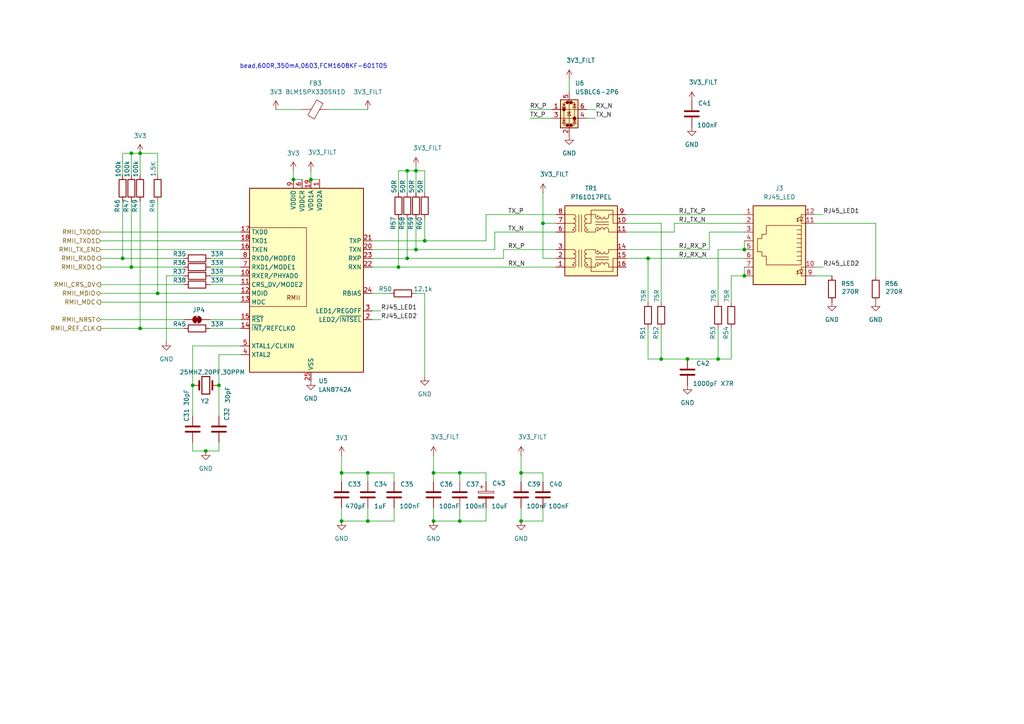
<source format=kicad_sch>
(kicad_sch (version 20231120) (generator "eeschema") (generator_version "8.0")
  (paper "A4")
  (lib_symbols
    (symbol "Connector:RJ45_LED" (pin_names (offset 1.016))
      (property "Reference" "J" (at -5.08 13.97 0))
      (property "Value" "RJ45_LED" (at 1.27 13.97 0))
      (symbol "RJ45_LED_0_1"
        (polyline (pts (xy -7.62 -7.62) (xy -6.35 -7.62)))
        (polyline (pts (xy -7.62 -5.08) (xy -6.35 -5.08)))
        (polyline (pts (xy -7.62 7.62) (xy -6.35 7.62)))
        (polyline (pts (xy -7.62 10.16) (xy -6.35 10.16)))
        (polyline (pts (xy -6.858 -5.842) (xy -5.842 -5.842)))
        (polyline (pts (xy -6.858 9.398) (xy -5.842 9.398)))
        (polyline (pts (xy -6.35 -7.62) (xy -6.35 -6.858)))
        (polyline (pts (xy -6.35 -5.08) (xy -6.35 -5.842)))
        (polyline (pts (xy -6.35 7.62) (xy -6.35 8.382)))
        (polyline (pts (xy -6.35 10.16) (xy -6.35 9.398)))
        (polyline (pts (xy -5.08 -6.223) (xy -5.207 -6.604)))
        (polyline (pts (xy -5.08 -5.588) (xy -5.207 -5.969)))
        (polyline (pts (xy -5.08 4.445) (xy -6.35 4.445)))
        (polyline (pts (xy -5.08 5.715) (xy -6.35 5.715)))
        (polyline (pts (xy -5.08 9.017) (xy -5.207 8.636)))
        (polyline (pts (xy -5.08 9.652) (xy -5.207 9.271)))
        (polyline (pts (xy -6.35 -3.175) (xy -5.08 -3.175) (xy -5.08 -3.175)))
        (polyline (pts (xy -6.35 -1.905) (xy -5.08 -1.905) (xy -5.08 -1.905)))
        (polyline (pts (xy -6.35 -0.635) (xy -5.08 -0.635) (xy -5.08 -0.635)))
        (polyline (pts (xy -6.35 0.635) (xy -5.08 0.635) (xy -5.08 0.635)))
        (polyline (pts (xy -6.35 1.905) (xy -5.08 1.905) (xy -5.08 1.905)))
        (polyline (pts (xy -5.588 -6.731) (xy -5.08 -6.223) (xy -5.461 -6.35)))
        (polyline (pts (xy -5.588 -6.096) (xy -5.08 -5.588) (xy -5.461 -5.715)))
        (polyline (pts (xy -5.588 8.509) (xy -5.08 9.017) (xy -5.461 8.89)))
        (polyline (pts (xy -5.588 9.144) (xy -5.08 9.652) (xy -5.461 9.525)))
        (polyline (pts (xy -5.08 3.175) (xy -6.35 3.175) (xy -6.35 3.175)))
        (polyline (pts (xy -6.35 -5.842) (xy -6.858 -6.858) (xy -5.842 -6.858) (xy -6.35 -5.842)))
        (polyline (pts (xy -6.35 9.398) (xy -6.858 8.382) (xy -5.842 8.382) (xy -6.35 9.398)))
        (polyline (pts (xy -6.35 -4.445) (xy -6.35 6.985) (xy 3.81 6.985) (xy 3.81 4.445) (xy 5.08 4.445) (xy 5.08 3.175) (xy 6.35 3.175) (xy 6.35 -0.635) (xy 5.08 -0.635) (xy 5.08 -1.905) (xy 3.81 -1.905) (xy 3.81 -4.445) (xy -6.35 -4.445) (xy -6.35 -4.445)))
        (rectangle (start 7.62 12.7) (end -7.62 -10.16) (stroke (width 0.254)) (fill (type background)))
      )
      (symbol "RJ45_LED_1_1"
        (pin passive line (at 10.16 -7.62 180) (length 2.54) (name "~") (number "1"))
        (pin passive line (at -10.16 7.62 0) (length 2.54) (name "~") (number "10"))
        (pin passive line (at -10.16 -5.08 0) (length 2.54) (name "~") (number "11"))
        (pin passive line (at -10.16 -7.62 0) (length 2.54) (name "~") (number "12"))
        (pin passive line (at 10.16 -5.08 180) (length 2.54) (name "~") (number "2"))
        (pin passive line (at 10.16 -2.54 180) (length 2.54) (name "~") (number "3"))
        (pin passive line (at 10.16 0 180) (length 2.54) (name "~") (number "4"))
        (pin passive line (at 10.16 2.54 180) (length 2.54) (name "~") (number "5"))
        (pin passive line (at 10.16 5.08 180) (length 2.54) (name "~") (number "6"))
        (pin passive line (at 10.16 7.62 180) (length 2.54) (name "~") (number "7"))
        (pin passive line (at 10.16 10.16 180) (length 2.54) (name "~") (number "8"))
        (pin passive line (at -10.16 10.16 0) (length 2.54) (name "~") (number "9"))
      )
    )
    (symbol "Device:C" (pin_numbers hide) (pin_names (offset 0.254))
      (property "Reference" "C" (at 0.635 2.54 0))
      (property "Value" "C" (at 0.635 -2.54 0))
      (symbol "C_0_1"
        (polyline (pts (xy -2.032 -0.762) (xy 2.032 -0.762)) (stroke (width 0.508)))
        (polyline (pts (xy -2.032 0.762) (xy 2.032 0.762)) (stroke (width 0.508)))
      )
      (symbol "C_1_1"
        (pin passive line (at 0 3.81 270) (length 2.794) (name "~") (number "1"))
        (pin passive line (at 0 -3.81 90) (length 2.794) (name "~") (number "2"))
      )
    )
    (symbol "Device:C_Polarized" (pin_numbers hide) (pin_names (offset 0.254))
      (property "Reference" "C" (at 0.635 2.54 0))
      (property "Value" "C_Polarized" (at 0.635 -2.54 0))
      (symbol "C_Polarized_0_1"
        (rectangle (start -2.286 0.508) (end 2.286 1.016))
        (polyline (pts (xy -1.778 2.286) (xy -0.762 2.286)))
        (polyline (pts (xy -1.27 2.794) (xy -1.27 1.778)))
        (rectangle (start 2.286 -0.508) (end -2.286 -1.016) (fill (type outline)))
      )
      (symbol "C_Polarized_1_1"
        (pin passive line (at 0 3.81 270) (length 2.794) (name "~") (number "1"))
        (pin passive line (at 0 -3.81 90) (length 2.794) (name "~") (number "2"))
      )
    )
    (symbol "Device:Crystal" (pin_numbers hide) (pin_names (offset 1.016) hide)
      (property "Reference" "Y" (at 0 3.81 0))
      (property "Value" "Crystal" (at 0 -3.81 0))
      (symbol "Crystal_0_1"
        (rectangle (start -1.143 2.54) (end 1.143 -2.54) (stroke (width 0.3048)))
        (polyline (pts (xy -2.54 0) (xy -1.905 0)))
        (polyline (pts (xy -1.905 -1.27) (xy -1.905 1.27)) (stroke (width 0.508)))
        (polyline (pts (xy 1.905 -1.27) (xy 1.905 1.27)) (stroke (width 0.508)))
        (polyline (pts (xy 2.54 0) (xy 1.905 0)))
      )
      (symbol "Crystal_1_1"
        (pin passive line (at -3.81 0 0) (length 1.27) (name "1") (number "1"))
        (pin passive line (at 3.81 0 180) (length 1.27) (name "2") (number "2"))
      )
    )
    (symbol "Device:FerriteBead" (pin_numbers hide) (pin_names (offset 0))
      (property "Reference" "FB" (at -3.81 0.635 90))
      (property "Value" "FerriteBead" (at 3.81 0 90))
      (symbol "FerriteBead_0_1"
        (polyline (pts (xy 0 -1.27) (xy 0 -1.2192)))
        (polyline (pts (xy 0 1.27) (xy 0 1.2954)))
        (polyline (pts (xy -2.7686 0.4064) (xy -1.7018 2.2606) (xy 2.7686 -0.3048) (xy 1.6764 -2.159) (xy -2.7686 0.4064)))
      )
      (symbol "FerriteBead_1_1"
        (pin passive line (at 0 3.81 270) (length 2.54) (name "~") (number "1"))
        (pin passive line (at 0 -3.81 90) (length 2.54) (name "~") (number "2"))
      )
    )
    (symbol "Device:R" (pin_numbers hide) (pin_names (offset 0))
      (property "Reference" "R" (at 2.032 0 90))
      (property "Value" "R" (at 0 0 90))
      (symbol "R_0_1"
        (rectangle (start -1.016 -2.54) (end 1.016 2.54) (stroke (width 0.254)))
      )
      (symbol "R_1_1"
        (pin passive line (at 0 3.81 270) (length 1.27) (name "~") (number "1"))
        (pin passive line (at 0 -3.81 90) (length 1.27) (name "~") (number "2"))
      )
    )
    (symbol "Interface_Ethernet:LAN8742A"
      (property "Reference" "U" (at -13.97 29.21 0))
      (property "Value" "LAN8742A" (at 15.24 29.21 0))
      (symbol "LAN8742A_0_0"
        (text "RMII" (at -5.08 -3.81 0) (effects (font (size 1.27 1.27))))
      )
      (symbol "LAN8742A_0_1"
        (rectangle (start -17.78 27.94) (end 15.24 -25.4) (stroke (width 0.254)) (fill (type background)))
        (polyline (pts (xy -17.78 -6.35) (xy -1.27 -6.35) (xy -1.27 16.51) (xy -17.78 16.51)))
      )
      (symbol "LAN8742A_1_1"
        (pin power_in line (at 2.54 30.48 270) (length 2.54) (name "VDD2A") (number "1"))
        (pin output line (at -20.32 2.54 0) (length 2.54) (name "RXER/PHYAD0") (number "10"))
        (pin bidirectional line (at -20.32 0 0) (length 2.54) (name "CRS_DV/MODE2") (number "11"))
        (pin bidirectional line (at -20.32 -2.54 0) (length 2.54) (name "MDIO") (number "12"))
        (pin input line (at -20.32 -5.08 0) (length 2.54) (name "MDC") (number "13"))
        (pin output line (at -20.32 -12.7 0) (length 2.54) (name "~{INT}/REFCLKO") (number "14"))
        (pin input line (at -20.32 -10.16 0) (length 2.54) (name "~{RST}") (number "15"))
        (pin input line (at -20.32 10.16 0) (length 2.54) (name "TXEN") (number "16"))
        (pin input line (at -20.32 15.24 0) (length 2.54) (name "TXD0") (number "17"))
        (pin input line (at -20.32 12.7 0) (length 2.54) (name "TXD1") (number "18"))
        (pin power_in line (at 0 30.48 270) (length 2.54) (name "VDD1A") (number "19"))
        (pin bidirectional line (at 17.78 -10.16 180) (length 2.54) (name "LED2/~{INTSEL}") (number "2"))
        (pin passive line (at 17.78 10.16 180) (length 2.54) (name "TXN") (number "20"))
        (pin passive line (at 17.78 12.7 180) (length 2.54) (name "TXP") (number "21"))
        (pin passive line (at 17.78 5.08 180) (length 2.54) (name "RXN") (number "22"))
        (pin passive line (at 17.78 7.62 180) (length 2.54) (name "RXP") (number "23"))
        (pin passive line (at 17.78 -2.54 180) (length 2.54) (name "RBIAS") (number "24"))
        (pin power_in line (at 0 -27.94 90) (length 2.54) (name "VSS") (number "25"))
        (pin bidirectional line (at 17.78 -7.62 180) (length 2.54) (name "LED1/REGOFF") (number "3"))
        (pin output line (at -20.32 -20.32 0) (length 2.54) (name "XTAL2") (number "4"))
        (pin input line (at -20.32 -17.78 0) (length 2.54) (name "XTAL1/CLKIN") (number "5"))
        (pin power_in line (at -2.54 30.48 270) (length 2.54) (name "VDDCR") (number "6"))
        (pin bidirectional line (at -20.32 5.08 0) (length 2.54) (name "RXD1/MODE1") (number "7"))
        (pin bidirectional line (at -20.32 7.62 0) (length 2.54) (name "RXD0/MODE0") (number "8"))
        (pin power_in line (at -5.08 30.48 270) (length 2.54) (name "VDDIO") (number "9"))
      )
    )
    (symbol "Jumper:SolderJumper_2_Bridged" (pin_numbers hide) (pin_names (offset 0) hide) (exclude_from_sim yes) (in_bom no)
      (property "Reference" "JP" (at 0 2.032 0))
      (property "Value" "SolderJumper_2_Bridged" (at 0 -2.54 0))
      (symbol "SolderJumper_2_Bridged_0_1"
        (rectangle (start -0.508 0.508) (end 0.508 -0.508) (fill (type outline)))
        (arc (start -0.254 1.016) (mid -1.2656 0) (end -0.254 -1.016))
        (arc (start -0.254 1.016) (mid -1.2656 0) (end -0.254 -1.016) (fill (type outline)))
        (polyline (pts (xy -0.254 1.016) (xy -0.254 -1.016)))
        (polyline (pts (xy 0.254 1.016) (xy 0.254 -1.016)))
        (arc (start 0.254 -1.016) (mid 1.2656 0) (end 0.254 1.016))
        (arc (start 0.254 -1.016) (mid 1.2656 0) (end 0.254 1.016) (fill (type outline)))
      )
      (symbol "SolderJumper_2_Bridged_1_1"
        (pin passive line (at -3.81 0 0) (length 2.54) (name "A") (number "1"))
        (pin passive line (at 3.81 0 180) (length 2.54) (name "B") (number "2"))
      )
    )
    (symbol "Power_Protection:USBLC6-2P6" (pin_names hide)
      (property "Reference" "U" (at 0.635 5.715 0))
      (property "Value" "USBLC6-2P6" (at 0.635 3.81 0))
      (symbol "USBLC6-2P6_0_0"
        (circle (center -1.524 0) (radius 0.0001) (stroke (width 0.508)))
        (circle (center -0.508 -4.572) (radius 0.0001) (stroke (width 0.508)))
        (circle (center -0.508 2.032) (radius 0.0001) (stroke (width 0.508)))
        (circle (center 0.508 -4.572) (radius 0.0001) (stroke (width 0.508)))
        (circle (center 0.508 2.032) (radius 0.0001) (stroke (width 0.508)))
        (circle (center 1.524 -2.54) (radius 0.0001) (stroke (width 0.508)))
      )
      (symbol "USBLC6-2P6_0_1"
        (polyline (pts (xy -2.54 -2.54) (xy 2.54 -2.54)))
        (polyline (pts (xy -2.54 0) (xy 2.54 0)))
        (polyline (pts (xy -2.032 -3.048) (xy -1.016 -3.048)))
        (polyline (pts (xy -1.016 1.524) (xy -2.032 1.524)))
        (polyline (pts (xy 1.016 -3.048) (xy 2.032 -3.048)))
        (polyline (pts (xy 1.016 1.524) (xy 2.032 1.524)))
        (polyline (pts (xy -0.508 -1.143) (xy -0.508 -0.762) (xy 0.508 -0.762)))
        (polyline (pts (xy -2.032 0.508) (xy -1.016 0.508) (xy -1.524 1.524) (xy -2.032 0.508)))
        (polyline (pts (xy -1.016 -4.064) (xy -2.032 -4.064) (xy -1.524 -3.048) (xy -1.016 -4.064)))
        (polyline (pts (xy 0.508 -1.778) (xy -0.508 -1.778) (xy 0 -0.762) (xy 0.508 -1.778)))
        (polyline (pts (xy 2.032 -4.064) (xy 1.016 -4.064) (xy 1.524 -3.048) (xy 2.032 -4.064)))
        (polyline (pts (xy 2.032 0.508) (xy 1.016 0.508) (xy 1.524 1.524) (xy 2.032 0.508)))
        (polyline (pts (xy 0 2.54) (xy -0.508 2.032) (xy 0.508 2.032) (xy 0 1.524) (xy 0 -4.064) (xy -0.508 -4.572) (xy 0.508 -4.572) (xy 0 -5.08)))
      )
      (symbol "USBLC6-2P6_1_1"
        (rectangle (start -2.54 2.794) (end 2.54 -5.334) (stroke (width 0.254)) (fill (type background)))
        (polyline (pts (xy -0.508 2.032) (xy -1.524 2.032) (xy -1.524 -4.572) (xy -0.508 -4.572)))
        (polyline (pts (xy 0.508 -4.572) (xy 1.524 -4.572) (xy 1.524 2.032) (xy 0.508 2.032)))
        (pin passive line (at -5.08 0 0) (length 2.54) (name "I/O1") (number "1"))
        (pin passive line (at 0 -7.62 90) (length 2.54) (name "GND") (number "2"))
        (pin passive line (at -5.08 -2.54 0) (length 2.54) (name "I/O2") (number "3"))
        (pin passive line (at 5.08 -2.54 180) (length 2.54) (name "I/O2") (number "4"))
        (pin passive line (at 0 5.08 270) (length 2.54) (name "VBUS") (number "5"))
        (pin passive line (at 5.08 0 180) (length 2.54) (name "I/O1") (number "6"))
      )
    )
    (symbol "Transformer:PT61017PEL" (pin_names hide)
      (property "Reference" "TR" (at 0 10.795 0))
      (property "Value" "PT61017PEL" (at 0 -10.795 0))
      (symbol "PT61017PEL_0_1"
        (rectangle (start -7.62 10.16) (end 7.62 -10.16) (stroke (width 0.254)) (fill (type background)))
        (circle (center -5.207 3.175) (radius 0.1778))
        (arc (start -5.08 6.35) (mid -4.4477 6.985) (end -5.08 7.62))
        (polyline (pts (xy -5.08 2.54) (xy -7.62 2.54)))
        (polyline (pts (xy -5.08 5.08) (xy -7.62 5.08)))
        (polyline (pts (xy -5.08 7.62) (xy -7.62 7.62)))
        (polyline (pts (xy -3.556 -2.54) (xy -3.556 -7.62)))
        (polyline (pts (xy -3.556 2.54) (xy -3.556 7.62)))
        (polyline (pts (xy -2.794 -7.62) (xy -2.794 -2.54)))
        (polyline (pts (xy -2.794 7.62) (xy -2.794 2.54)))
        (polyline (pts (xy 1.27 4.699) (xy 5.08 4.699)))
        (polyline (pts (xy 1.27 5.461) (xy 5.08 5.461)))
        (polyline (pts (xy -1.27 2.54) (xy 1.27 2.54) (xy 1.27 3.175)))
        (polyline (pts (xy 1.27 6.985) (xy 1.27 7.62) (xy -1.27 7.62)))
        (polyline (pts (xy 5.08 3.175) (xy 5.08 2.54) (xy 7.62 2.54)))
        (polyline (pts (xy 5.08 6.985) (xy 5.08 7.62) (xy 7.62 7.62)))
        (polyline (pts (xy -1.27 5.08) (xy 0 5.08) (xy 0 8.89) (xy 6.35 8.89) (xy 6.35 5.08) (xy 7.62 5.08)))
      )
      (symbol "PT61017PEL_1_1"
        (circle (center -5.207 -6.985) (radius 0.1778))
        (arc (start -5.08 -7.62) (mid -4.4477 -6.985) (end -5.08 -6.35))
        (arc (start -5.08 -6.35) (mid -4.4477 -5.715) (end -5.08 -5.08))
        (arc (start -5.08 -5.08) (mid -4.4477 -4.445) (end -5.08 -3.81))
        (arc (start -5.08 -3.81) (mid -4.4477 -3.175) (end -5.08 -2.54))
        (arc (start -5.08 2.54) (mid -4.4477 3.175) (end -5.08 3.81))
        (arc (start -5.08 3.81) (mid -4.4477 4.445) (end -5.08 5.08))
        (arc (start -5.08 5.08) (mid -4.4477 5.715) (end -5.08 6.35))
        (arc (start -1.27 -6.35) (mid -1.9023 -6.985) (end -1.27 -7.62))
        (arc (start -1.27 -5.08) (mid -1.9023 -5.715) (end -1.27 -6.35))
        (arc (start -1.27 -3.81) (mid -1.9023 -4.445) (end -1.27 -5.08))
        (arc (start -1.27 -2.54) (mid -1.9023 -3.175) (end -1.27 -3.81))
        (arc (start -1.27 3.81) (mid -1.9023 3.175) (end -1.27 2.54))
        (arc (start -1.27 5.08) (mid -1.9023 4.445) (end -1.27 3.81))
        (arc (start -1.27 6.35) (mid -1.9023 5.715) (end -1.27 5.08))
        (arc (start -1.27 7.62) (mid -1.9023 6.985) (end -1.27 6.35))
        (circle (center -1.143 -6.985) (radius 0.1778))
        (circle (center -1.143 3.175) (radius 0.1778))
        (polyline (pts (xy -5.08 -7.62) (xy -7.62 -7.62)))
        (polyline (pts (xy -5.08 -5.08) (xy -7.62 -5.08)))
        (polyline (pts (xy -5.08 -2.54) (xy -7.62 -2.54)))
        (polyline (pts (xy 1.27 -5.461) (xy 5.08 -5.461)))
        (polyline (pts (xy 1.27 -4.699) (xy 5.08 -4.699)))
        (polyline (pts (xy -1.27 -7.62) (xy 1.27 -7.62) (xy 1.27 -6.985)))
        (polyline (pts (xy 1.27 -3.175) (xy 1.27 -2.54) (xy -1.27 -2.54)))
        (polyline (pts (xy 5.08 -6.985) (xy 5.08 -7.62) (xy 7.62 -7.62)))
        (polyline (pts (xy 5.08 -3.175) (xy 5.08 -2.54) (xy 7.62 -2.54)))
        (polyline (pts (xy 7.62 -5.08) (xy 6.35 -5.08) (xy 6.35 -8.89) (xy 0 -8.89) (xy 0 -5.08) (xy -1.27 -5.08)))
        (arc (start 1.27 -3.175) (mid 1.905 -3.8073) (end 2.54 -3.175))
        (arc (start 1.27 6.985) (mid 1.905 6.3527) (end 2.54 6.985))
        (circle (center 1.905 -7.112) (radius 0.1778))
        (circle (center 1.905 -3.048) (radius 0.1778))
        (circle (center 1.905 3.048) (radius 0.1778))
        (circle (center 1.905 7.112) (radius 0.1778))
        (arc (start 2.54 -6.985) (mid 1.905 -6.3527) (end 1.27 -6.985))
        (arc (start 2.54 -3.175) (mid 3.175 -3.8073) (end 3.81 -3.175))
        (arc (start 2.54 3.175) (mid 1.905 3.8073) (end 1.27 3.175))
        (arc (start 2.54 6.985) (mid 3.175 6.3527) (end 3.81 6.985))
        (arc (start 3.81 -6.985) (mid 3.175 -6.3527) (end 2.54 -6.985))
        (arc (start 3.81 -3.175) (mid 4.445 -3.8073) (end 5.08 -3.175))
        (arc (start 3.81 3.175) (mid 3.175 3.8073) (end 2.54 3.175))
        (arc (start 3.81 6.985) (mid 4.445 6.3527) (end 5.08 6.985))
        (arc (start 5.08 -6.985) (mid 4.445 -6.3527) (end 3.81 -6.985))
        (arc (start 5.08 3.175) (mid 4.445 3.8073) (end 3.81 3.175))
        (pin passive line (at -10.16 -7.62 0) (length 2.54) (name "TD+") (number "1"))
        (pin passive line (at 10.16 5.08 180) (length 2.54) (name "C_RX") (number "10"))
        (pin passive line (at 10.16 2.54 180) (length 2.54) (name "RX+") (number "11"))
        (pin passive line (at 10.16 -2.54 180) (length 2.54) (name "TX-") (number "14"))
        (pin passive line (at 10.16 -5.08 180) (length 2.54) (name "C_TX") (number "15"))
        (pin passive line (at 10.16 -7.62 180) (length 2.54) (name "TX+") (number "16"))
        (pin passive line (at -10.16 -5.08 0) (length 2.54) (name "C_TD") (number "2"))
        (pin passive line (at -10.16 -2.54 0) (length 2.54) (name "TD-") (number "3"))
        (pin passive line (at -10.16 2.54 0) (length 2.54) (name "RD+") (number "6"))
        (pin passive line (at -10.16 5.08 0) (length 2.54) (name "C_RD") (number "7"))
        (pin passive line (at -10.16 7.62 0) (length 2.54) (name "RD-") (number "8"))
        (pin passive line (at 10.16 7.62 180) (length 2.54) (name "RX-") (number "9"))
      )
    )
    (symbol "power:+3V3" (power) (pin_numbers hide) (pin_names (offset 0) hide)
      (property "Value" "+3V3" (at 0 3.556 0))
      (symbol "+3V3_0_1"
        (polyline (pts (xy -0.762 1.27) (xy 0 2.54)))
        (polyline (pts (xy 0 0) (xy 0 2.54)))
        (polyline (pts (xy 0 2.54) (xy 0.762 1.27)))
      )
      (symbol "+3V3_1_1"
        (pin power_in line (at 0 0 90) (length 0) (name "~") (number "1"))
      )
    )
    (symbol "power:GND" (power) (pin_numbers hide) (pin_names (offset 0) hide)
      (property "Value" "GND" (at 0 -3.81 0))
      (symbol "GND_0_1"
        (polyline (pts (xy 0 0) (xy 0 -1.27) (xy 1.27 -1.27) (xy 0 -2.54) (xy -1.27 -1.27) (xy 0 -1.27)))
      )
      (symbol "GND_1_1"
        (pin power_in line (at 0 0 270) (length 0) (name "~") (number "1"))
      )
    )
  )
  (junction (at 106.68 151.13))
  (junction (at 208.28 104.14))
  (junction (at 118.11 49.53))
  (junction (at 199.39 104.14))
  (junction (at 55.88 111.76))
  (junction (at 38.1 44.45))
  (junction (at 157.48 64.77))
  (junction (at 191.77 104.14))
  (junction (at 45.72 85.09))
  (junction (at 85.09 52.07))
  (junction (at 125.73 137.16))
  (junction (at 115.57 77.47))
  (junction (at 120.65 49.53))
  (junction (at 123.19 69.85))
  (junction (at 40.64 95.25))
  (junction (at 133.35 151.13))
  (junction (at 151.13 151.13))
  (junction (at 187.96 74.93))
  (junction (at 59.69 130.81))
  (junction (at 133.35 137.16))
  (junction (at 151.13 137.16))
  (junction (at 215.9 80.01))
  (junction (at 215.9 72.39))
  (junction (at 118.11 74.93))
  (junction (at 38.1 77.47))
  (junction (at 99.06 151.13))
  (junction (at 35.56 74.93))
  (junction (at 125.73 151.13))
  (junction (at 106.68 137.16))
  (junction (at 63.5 111.76))
  (junction (at 120.65 72.39))
  (junction (at 99.06 137.16))
  (junction (at 40.64 44.45))
  (junction (at 90.17 52.07))
  (wire (pts (xy 45.72 44.45) (xy 45.72 50.8)))
  (wire (pts (xy 191.77 104.14) (xy 199.39 104.14)))
  (wire (pts (xy 107.95 72.39) (xy 120.65 72.39)))
  (wire (pts (xy 165.1 22.86) (xy 165.1 26.67)))
  (wire (pts (xy 133.35 151.13) (xy 133.35 147.32)))
  (wire (pts (xy 140.97 137.16) (xy 133.35 137.16)))
  (wire (pts (xy 29.21 67.31) (xy 69.85 67.31)))
  (wire (pts (xy 133.35 139.7) (xy 133.35 137.16)))
  (wire (pts (xy 195.58 67.31) (xy 195.58 64.77)))
  (wire (pts (xy 143.51 67.31) (xy 161.29 67.31)))
  (wire (pts (xy 99.06 139.7) (xy 99.06 137.16)))
  (wire (pts (xy 115.57 77.47) (xy 161.29 77.47)))
  (wire (pts (xy 35.56 74.93) (xy 53.34 74.93)))
  (wire (pts (xy 107.95 90.17) (xy 110.49 90.17)))
  (wire (pts (xy 40.64 44.45) (xy 45.72 44.45)))
  (wire (pts (xy 80.01 31.75) (xy 87.63 31.75)))
  (wire (pts (xy 106.68 151.13) (xy 114.3 151.13)))
  (wire (pts (xy 29.21 74.93) (xy 35.56 74.93)))
  (wire (pts (xy 90.17 52.07) (xy 92.71 52.07)))
  (wire (pts (xy 120.65 48.26) (xy 120.65 49.53)))
  (wire (pts (xy 181.61 74.93) (xy 187.96 74.93)))
  (wire (pts (xy 38.1 44.45) (xy 35.56 44.45)))
  (wire (pts (xy 215.9 62.23) (xy 181.61 62.23)))
  (wire (pts (xy 118.11 49.53) (xy 120.65 49.53)))
  (wire (pts (xy 123.19 69.85) (xy 107.95 69.85)))
  (wire (pts (xy 40.64 95.25) (xy 53.34 95.25)))
  (wire (pts (xy 151.13 147.32) (xy 151.13 151.13)))
  (wire (pts (xy 254 64.77) (xy 254 80.01)))
  (wire (pts (xy 29.21 82.55) (xy 53.34 82.55)))
  (wire (pts (xy 63.5 111.76) (xy 63.5 102.87)))
  (wire (pts (xy 215.9 77.47) (xy 215.9 80.01)))
  (wire (pts (xy 38.1 58.42) (xy 38.1 77.47)))
  (wire (pts (xy 151.13 151.13) (xy 157.48 151.13)))
  (wire (pts (xy 85.09 52.07) (xy 87.63 52.07)))
  (wire (pts (xy 99.06 137.16) (xy 106.68 137.16)))
  (wire (pts (xy 123.19 49.53) (xy 123.19 55.88)))
  (wire (pts (xy 208.28 104.14) (xy 212.09 104.14)))
  (wire (pts (xy 63.5 130.81) (xy 63.5 128.27)))
  (wire (pts (xy 208.28 72.39) (xy 208.28 87.63)))
  (wire (pts (xy 63.5 102.87) (xy 69.85 102.87)))
  (wire (pts (xy 40.64 58.42) (xy 40.64 95.25)))
  (wire (pts (xy 29.21 77.47) (xy 38.1 77.47)))
  (wire (pts (xy 107.95 77.47) (xy 115.57 77.47)))
  (wire (pts (xy 205.74 72.39) (xy 181.61 72.39)))
  (wire (pts (xy 157.48 151.13) (xy 157.48 147.32)))
  (wire (pts (xy 146.05 72.39) (xy 161.29 72.39)))
  (wire (pts (xy 35.56 44.45) (xy 35.56 50.8)))
  (wire (pts (xy 60.96 95.25) (xy 69.85 95.25)))
  (wire (pts (xy 195.58 64.77) (xy 215.9 64.77)))
  (wire (pts (xy 29.21 85.09) (xy 45.72 85.09)))
  (wire (pts (xy 151.13 132.08) (xy 151.13 137.16)))
  (wire (pts (xy 115.57 49.53) (xy 118.11 49.53)))
  (wire (pts (xy 151.13 139.7) (xy 151.13 137.16)))
  (wire (pts (xy 157.48 64.77) (xy 157.48 74.93)))
  (wire (pts (xy 140.97 69.85) (xy 123.19 69.85)))
  (wire (pts (xy 187.96 74.93) (xy 187.96 87.63)))
  (wire (pts (xy 59.69 130.81) (xy 63.5 130.81)))
  (wire (pts (xy 187.96 104.14) (xy 191.77 104.14)))
  (wire (pts (xy 120.65 63.5) (xy 120.65 72.39)))
  (wire (pts (xy 107.95 92.71) (xy 110.49 92.71)))
  (wire (pts (xy 115.57 55.88) (xy 115.57 49.53)))
  (wire (pts (xy 125.73 139.7) (xy 125.73 137.16)))
  (wire (pts (xy 55.88 128.27) (xy 55.88 130.81)))
  (wire (pts (xy 118.11 49.53) (xy 118.11 55.88)))
  (wire (pts (xy 187.96 74.93) (xy 215.9 74.93)))
  (wire (pts (xy 212.09 95.25) (xy 212.09 104.14)))
  (wire (pts (xy 45.72 58.42) (xy 45.72 85.09)))
  (wire (pts (xy 140.97 62.23) (xy 161.29 62.23)))
  (wire (pts (xy 191.77 95.25) (xy 191.77 104.14)))
  (wire (pts (xy 157.48 64.77) (xy 161.29 64.77)))
  (wire (pts (xy 107.95 74.93) (xy 118.11 74.93)))
  (wire (pts (xy 170.18 34.29) (xy 172.72 34.29)))
  (wire (pts (xy 212.09 87.63) (xy 212.09 80.01)))
  (wire (pts (xy 107.95 85.09) (xy 113.03 85.09)))
  (wire (pts (xy 48.26 80.01) (xy 48.26 99.06)))
  (wire (pts (xy 153.67 31.75) (xy 160.02 31.75)))
  (wire (pts (xy 35.56 58.42) (xy 35.56 74.93)))
  (wire (pts (xy 120.65 49.53) (xy 120.65 55.88)))
  (wire (pts (xy 29.21 69.85) (xy 69.85 69.85)))
  (wire (pts (xy 115.57 63.5) (xy 115.57 77.47)))
  (wire (pts (xy 120.65 49.53) (xy 123.19 49.53)))
  (wire (pts (xy 236.22 64.77) (xy 254 64.77)))
  (wire (pts (xy 114.3 137.16) (xy 106.68 137.16)))
  (wire (pts (xy 99.06 147.32) (xy 99.06 151.13)))
  (wire (pts (xy 181.61 67.31) (xy 195.58 67.31)))
  (wire (pts (xy 123.19 85.09) (xy 123.19 109.22)))
  (wire (pts (xy 236.22 62.23) (xy 238.76 62.23)))
  (wire (pts (xy 114.3 139.7) (xy 114.3 137.16)))
  (wire (pts (xy 143.51 72.39) (xy 143.51 67.31)))
  (wire (pts (xy 120.65 85.09) (xy 123.19 85.09)))
  (wire (pts (xy 55.88 100.33) (xy 55.88 111.76)))
  (wire (pts (xy 29.21 87.63) (xy 69.85 87.63)))
  (wire (pts (xy 140.97 151.13) (xy 140.97 147.32)))
  (wire (pts (xy 187.96 95.25) (xy 187.96 104.14)))
  (wire (pts (xy 106.68 139.7) (xy 106.68 137.16)))
  (wire (pts (xy 29.21 95.25) (xy 40.64 95.25)))
  (wire (pts (xy 29.21 72.39) (xy 69.85 72.39)))
  (wire (pts (xy 153.67 34.29) (xy 160.02 34.29)))
  (wire (pts (xy 40.64 44.45) (xy 40.64 50.8)))
  (wire (pts (xy 181.61 64.77) (xy 191.77 64.77)))
  (wire (pts (xy 140.97 139.7) (xy 140.97 137.16)))
  (wire (pts (xy 38.1 44.45) (xy 38.1 50.8)))
  (wire (pts (xy 55.88 120.65) (xy 55.88 111.76)))
  (wire (pts (xy 191.77 64.77) (xy 191.77 87.63)))
  (wire (pts (xy 125.73 132.08) (xy 125.73 137.16)))
  (wire (pts (xy 118.11 63.5) (xy 118.11 74.93)))
  (wire (pts (xy 205.74 67.31) (xy 205.74 72.39)))
  (wire (pts (xy 99.06 151.13) (xy 106.68 151.13)))
  (wire (pts (xy 157.48 137.16) (xy 151.13 137.16)))
  (wire (pts (xy 106.68 151.13) (xy 106.68 147.32)))
  (wire (pts (xy 60.96 92.71) (xy 69.85 92.71)))
  (wire (pts (xy 199.39 104.14) (xy 208.28 104.14)))
  (wire (pts (xy 146.05 74.93) (xy 146.05 72.39)))
  (wire (pts (xy 125.73 151.13) (xy 133.35 151.13)))
  (wire (pts (xy 215.9 69.85) (xy 215.9 72.39)))
  (wire (pts (xy 53.34 80.01) (xy 48.26 80.01)))
  (wire (pts (xy 99.06 132.08) (xy 99.06 137.16)))
  (wire (pts (xy 208.28 95.25) (xy 208.28 104.14)))
  (wire (pts (xy 55.88 130.81) (xy 59.69 130.81)))
  (wire (pts (xy 60.96 82.55) (xy 69.85 82.55)))
  (wire (pts (xy 140.97 69.85) (xy 140.97 62.23)))
  (wire (pts (xy 157.48 139.7) (xy 157.48 137.16)))
  (wire (pts (xy 85.09 49.53) (xy 85.09 52.07)))
  (wire (pts (xy 123.19 63.5) (xy 123.19 69.85)))
  (wire (pts (xy 118.11 74.93) (xy 146.05 74.93)))
  (wire (pts (xy 60.96 80.01) (xy 69.85 80.01)))
  (wire (pts (xy 170.18 31.75) (xy 172.72 31.75)))
  (wire (pts (xy 120.65 72.39) (xy 143.51 72.39)))
  (wire (pts (xy 157.48 74.93) (xy 161.29 74.93)))
  (wire (pts (xy 40.64 44.45) (xy 38.1 44.45)))
  (wire (pts (xy 29.21 92.71) (xy 53.34 92.71)))
  (wire (pts (xy 90.17 49.53) (xy 90.17 52.07)))
  (wire (pts (xy 60.96 77.47) (xy 69.85 77.47)))
  (wire (pts (xy 38.1 77.47) (xy 53.34 77.47)))
  (wire (pts (xy 236.22 77.47) (xy 238.76 77.47)))
  (wire (pts (xy 215.9 67.31) (xy 205.74 67.31)))
  (wire (pts (xy 69.85 100.33) (xy 55.88 100.33)))
  (wire (pts (xy 114.3 147.32) (xy 114.3 151.13)))
  (wire (pts (xy 157.48 55.88) (xy 157.48 64.77)))
  (wire (pts (xy 133.35 151.13) (xy 140.97 151.13)))
  (wire (pts (xy 125.73 147.32) (xy 125.73 151.13)))
  (wire (pts (xy 236.22 80.01) (xy 241.3 80.01)))
  (wire (pts (xy 106.68 31.75) (xy 95.25 31.75)))
  (wire (pts (xy 45.72 85.09) (xy 69.85 85.09)))
  (wire (pts (xy 212.09 80.01) (xy 215.9 80.01)))
  (wire (pts (xy 125.73 137.16) (xy 133.35 137.16)))
  (wire (pts (xy 60.96 74.93) (xy 69.85 74.93)))
  (wire (pts (xy 63.5 120.65) (xy 63.5 111.76)))
  (wire (pts (xy 215.9 72.39) (xy 208.28 72.39)))
  (text "bead,600R,350mA,0603,FCM1608KF-601T05" (at 90.932 19.304 0) (effects (font (size 1.27 1.27))))
  (label "RJ45_LED1" (at 110.49 90.17 0))
  (label "RJ45_LED1" (at 238.76 62.23 0))
  (label "RJ_TX_P" (at 196.85 62.23 0))
  (label "RJ_RX_N" (at 196.85 74.93 0))
  (label "RJ_TX_N" (at 196.85 64.77 0))
  (label "TX_N" (at 147.32 67.31 0))
  (label "RJ45_LED2" (at 238.76 77.47 0))
  (label "RX_P" (at 147.32 72.39 0))
  (label "RJ_RX_P" (at 196.85 72.39 0))
  (label "RX_P" (at 153.67 31.75 0))
  (label "RX_N" (at 147.32 77.47 0))
  (label "RJ45_LED2" (at 110.49 92.71 0))
  (label "TX_P" (at 147.32 62.23 0))
  (label "RX_N" (at 172.72 31.75 0))
  (label "TX_N" (at 172.72 34.29 0))
  (label "TX_P" (at 153.67 34.29 0))
  (hierarchical_label "RMII_MDC" (shape output) (at 29.21 87.63 180))
  (hierarchical_label "RMII_NRST" (shape bidirectional) (at 29.21 92.71 180))
  (hierarchical_label "RMII_RXD1" (shape output) (at 29.21 77.47 180))
  (hierarchical_label "RMII_TX_EN" (shape input) (at 29.21 72.39 180))
  (hierarchical_label "RMII_REF_CLK" (shape output) (at 29.21 95.25 180))
  (hierarchical_label "RMII_RXD0" (shape output) (at 29.21 74.93 180))
  (hierarchical_label "RMII_MDIO" (shape bidirectional) (at 29.21 85.09 180))
  (hierarchical_label "RMII_TXD0" (shape input) (at 29.21 67.31 180))
  (hierarchical_label "RMII_TXD1" (shape input) (at 29.21 69.85 180))
  (hierarchical_label "RMII_CRS_DV" (shape output) (at 29.21 82.55 180))
  (symbol (lib_id "power:+3V3") (at 125.73 132.08 0) (unit 1)
    (property "Reference" "#PWR070" (effects (hide yes)))
    (property "Value" "3V3_FILT" (at 129.032 126.746 0))
    (property "Description" "Power symbol creates a global label with name \"+3V3\"" (effects (hide yes)))
  )
  (symbol (lib_id "Device:C") (at 106.68 143.51 0) (unit 1)
    (property "Reference" "C34" (at 108.458 140.462 0) (effects (justify left)))
    (property "Value" "1uF" (at 108.458 146.812 0) (effects (justify left)))
    (property "Footprint" "0402" (effects (hide yes)))
    (property "Description" "Unpolarized capacitor" (effects (hide yes)))
  )
  (symbol (lib_id "power:GND") (at 254 87.63 0) (unit 1)
    (property "Reference" "#PWR087" (effects (hide yes)))
    (property "Value" "GND" (at 254 92.71 0))
    (property "Description" "Power symbol creates a global label with name \"GND\" , ground" (effects (hide yes)))
  )
  (symbol (lib_id "Device:R") (at 35.56 54.61 180) (unit 1)
    (property "Reference" "R46" (at 34.036 59.69 90))
    (property "Value" "100k" (at 34.29 49.022 90))
    (property "Footprint" "0402" (effects (hide yes)))
    (property "Description" "Resistor" (effects (hide yes)))
  )
  (symbol (lib_id "Device:R") (at 57.15 82.55 90) (unit 1)
    (property "Reference" "R38" (at 52.07 81.28 90))
    (property "Value" "33R" (at 62.992 81.28 90))
    (property "Footprint" "0402" (effects (hide yes)))
    (property "Description" "Resistor" (effects (hide yes)))
  )
  (symbol (lib_id "Power_Protection:USBLC6-2P6") (at 165.1 31.75 0) (unit 1) (exclude_from_sim yes)
    (property "Reference" "U6" (at 166.7511 24.13 0) (effects (justify left)))
    (property "Value" "USBLC6-2P6" (at 166.7511 26.67 0) (effects (justify left)))
    (property "Footprint" "Package_TO_SOT_SMD:SOT-666" (effects (hide yes)))
    (property "Datasheet" "https://www.st.com/resource/en/datasheet/usblc6-2.pdf" (effects (hide yes)))
    (property "Description" "Very low capacitance ESD protection diode, 2 data-line, SOT-666" (effects (hide yes)))
  )
  (symbol (lib_id "power:GND") (at 200.66 36.83 0) (unit 1)
    (property "Reference" "#PWR077" (effects (hide yes)))
    (property "Value" "GND" (at 200.66 41.91 0))
    (property "Description" "Power symbol creates a global label with name \"GND\" , ground" (effects (hide yes)))
  )
  (symbol (lib_id "power:+3V3") (at 99.06 132.08 0) (unit 1)
    (property "Reference" "#PWR071" (effects (hide yes)))
    (property "Value" "3V3" (at 99.06 127 0))
    (property "Description" "Power symbol creates a global label with name \"+3V3\"" (effects (hide yes)))
  )
  (symbol (lib_id "Device:R") (at 57.15 80.01 90) (unit 1)
    (property "Reference" "R37" (at 52.07 78.74 90))
    (property "Value" "33R" (at 62.992 78.74 90))
    (property "Footprint" "0402" (effects (hide yes)))
    (property "Description" "Resistor" (effects (hide yes)))
  )
  (symbol (lib_id "Device:C") (at 99.06 143.51 0) (unit 1)
    (property "Reference" "C33" (at 100.838 140.462 0) (effects (justify left)))
    (property "Value" "470pF" (at 100.076 146.812 0) (effects (justify left)))
    (property "Footprint" "0402" (effects (hide yes)))
    (property "Description" "Unpolarized capacitor" (effects (hide yes)))
  )
  (symbol (lib_id "power:+3V3") (at 157.48 55.88 0) (unit 1)
    (property "Reference" "#PWR085" (effects (hide yes)))
    (property "Value" "3V3_FILT" (at 160.782 50.546 0))
    (property "Description" "Power symbol creates a global label with name \"+3V3\"" (effects (hide yes)))
  )
  (symbol (lib_id "power:+3V3") (at 120.65 48.26 0) (unit 1)
    (property "Reference" "#PWR088" (effects (hide yes)))
    (property "Value" "3V3_FILT" (at 123.952 42.926 0))
    (property "Description" "Power symbol creates a global label with name \"+3V3\"" (effects (hide yes)))
  )
  (symbol (lib_id "Device:R") (at 57.15 74.93 90) (unit 1)
    (property "Reference" "R35" (at 52.07 73.66 90))
    (property "Value" "33R" (at 62.992 73.66 90))
    (property "Footprint" "0402" (effects (hide yes)))
    (property "Description" "Resistor" (effects (hide yes)))
  )
  (symbol (lib_id "Device:R") (at 57.15 77.47 90) (unit 1)
    (property "Reference" "R36" (at 52.07 76.2 90))
    (property "Value" "33R" (at 62.992 76.2 90))
    (property "Footprint" "0402" (effects (hide yes)))
    (property "Description" "Resistor" (effects (hide yes)))
  )
  (symbol (lib_id "Device:R") (at 187.96 91.44 180) (unit 1)
    (property "Reference" "R51" (at 186.436 96.52 90))
    (property "Value" "75R" (at 186.69 85.852 90))
    (property "Footprint" "0402" (effects (hide yes)))
    (property "Description" "Resistor" (effects (hide yes)))
  )
  (symbol (lib_id "Device:C") (at 55.88 124.46 180) (unit 1)
    (property "Reference" "C31" (at 54.102 120.396 90))
    (property "Value" "30pF" (at 54.102 115.316 90))
    (property "Footprint" "0402" (effects (hide yes)))
    (property "Description" "Unpolarized capacitor" (effects (hide yes)))
  )
  (symbol (lib_id "Device:R") (at 115.57 59.69 180) (unit 1)
    (property "Reference" "R57" (at 114.046 64.77 90))
    (property "Value" "50R" (at 114.3 54.102 90))
    (property "Footprint" "0402" (effects (hide yes)))
    (property "Description" "Resistor" (effects (hide yes)))
  )
  (symbol (lib_id "Device:C") (at 63.5 124.46 180) (unit 1)
    (property "Reference" "C32" (at 65.786 120.142 90))
    (property "Value" "30pF" (at 66.04 114.554 90))
    (property "Footprint" "0402" (effects (hide yes)))
    (property "Description" "Unpolarized capacitor" (effects (hide yes)))
  )
  (symbol (lib_id "Device:R") (at 241.3 83.82 180) (unit 1)
    (property "Reference" "R55" (at 245.872 82.296 0))
    (property "Value" "270R" (at 246.634 84.582 0))
    (property "Footprint" "0402" (effects (hide yes)))
    (property "Description" "Resistor" (effects (hide yes)))
  )
  (symbol (lib_id "Device:C_Polarized") (at 140.97 143.51 0) (unit 1)
    (property "Reference" "C43" (at 142.748 140.208 0) (effects (justify left)))
    (property "Value" "10uF" (at 142.494 146.812 0) (effects (justify left)))
    (property "Description" "Polarized capacitor" (effects (hide yes)))
  )
  (symbol (lib_id "Device:C") (at 125.73 143.51 0) (unit 1)
    (property "Reference" "C36" (at 127.508 140.462 0) (effects (justify left)))
    (property "Value" "100nF" (at 127.254 146.812 0) (effects (justify left)))
    (property "Footprint" "0402" (effects (hide yes)))
    (property "Description" "Unpolarized capacitor" (effects (hide yes)))
  )
  (symbol (lib_id "Device:C") (at 199.39 107.95 0) (unit 1) (exclude_from_sim yes)
    (property "Reference" "C42" (at 201.93 105.41 0) (effects (justify left)))
    (property "Value" "1000pF X7R" (at 200.914 111.252 0) (effects (justify left)))
    (property "Footprint" "1206" (effects (hide yes)))
    (property "Description" "Unpolarized capacitor" (effects (hide yes)))
  )
  (symbol (lib_id "power:GND") (at 123.19 109.22 0) (unit 1)
    (property "Reference" "#PWR059" (effects (hide yes)))
    (property "Value" "GND" (at 123.19 114.3 0))
    (property "Description" "Power symbol creates a global label with name \"GND\" , ground" (effects (hide yes)))
  )
  (symbol (lib_id "Device:R") (at 120.65 59.69 180) (unit 1)
    (property "Reference" "R59" (at 119.126 64.77 90))
    (property "Value" "50R" (at 119.38 54.102 90))
    (property "Footprint" "0402" (effects (hide yes)))
    (property "Description" "Resistor" (effects (hide yes)))
  )
  (symbol (lib_id "power:GND") (at 59.69 130.81 0) (unit 1)
    (property "Reference" "#PWR042" (effects (hide yes)))
    (property "Value" "GND" (at 59.69 135.89 0))
    (property "Description" "Power symbol creates a global label with name \"GND\" , ground" (effects (hide yes)))
  )
  (symbol (lib_id "Device:R") (at 116.84 85.09 90) (unit 1)
    (property "Reference" "R50" (at 111.76 83.82 90))
    (property "Value" "12.1k" (at 122.682 83.82 90))
    (property "Footprint" "0402" (effects (hide yes)))
    (property "Description" "Resistor" (effects (hide yes)))
  )
  (symbol (lib_id "Jumper:SolderJumper_2_Bridged") (at 57.15 92.71 180) (unit 1) (exclude_from_sim yes) (in_bom no)
    (property "Reference" "JP4" (at 57.658 89.916 0))
    (property "Value" "SolderJumper_2_Bridged" (effects (hide yes)))
    (property "Description" "Solder Jumper, 2-pole, closed/bridged" (effects (hide yes)))
  )
  (symbol (lib_id "Device:R") (at 118.11 59.69 180) (unit 1)
    (property "Reference" "R58" (at 116.586 64.77 90))
    (property "Value" "50R" (at 116.84 54.102 90))
    (property "Footprint" "0402" (effects (hide yes)))
    (property "Description" "Resistor" (effects (hide yes)))
  )
  (symbol (lib_id "power:GND") (at 99.06 151.13 0) (unit 1)
    (property "Reference" "#PWR072" (effects (hide yes)))
    (property "Value" "GND" (at 99.06 156.21 0))
    (property "Description" "Power symbol creates a global label with name \"GND\" , ground" (effects (hide yes)))
  )
  (symbol (lib_id "Device:C") (at 151.13 143.51 0) (unit 1)
    (property "Reference" "C39" (at 152.908 140.462 0) (effects (justify left)))
    (property "Value" "100nF" (at 152.654 146.812 0) (effects (justify left)))
    (property "Footprint" "0402" (effects (hide yes)))
    (property "Description" "Unpolarized capacitor" (effects (hide yes)))
  )
  (symbol (lib_id "power:+3V3") (at 90.17 49.53 0) (unit 1)
    (property "Reference" "#PWR067" (effects (hide yes)))
    (property "Value" "3V3_FILT" (at 93.472 44.196 0))
    (property "Description" "Power symbol creates a global label with name \"+3V3\"" (effects (hide yes)))
  )
  (symbol (lib_id "Device:C") (at 114.3 143.51 0) (unit 1)
    (property "Reference" "C35" (at 116.078 140.462 0) (effects (justify left)))
    (property "Value" "100nF" (at 115.824 146.812 0) (effects (justify left)))
    (property "Footprint" "0402" (effects (hide yes)))
    (property "Description" "Unpolarized capacitor" (effects (hide yes)))
  )
  (symbol (lib_id "power:GND") (at 199.39 111.76 0) (unit 1)
    (property "Reference" "#PWR084" (effects (hide yes)))
    (property "Value" "GND" (at 199.39 116.84 0))
    (property "Description" "Power symbol creates a global label with name \"GND\" , ground" (effects (hide yes)))
  )
  (symbol (lib_id "power:+3V3") (at 85.09 49.53 0) (unit 1)
    (property "Reference" "#PWR068" (effects (hide yes)))
    (property "Value" "3V3" (at 85.09 44.45 0))
    (property "Description" "Power symbol creates a global label with name \"+3V3\"" (effects (hide yes)))
  )
  (symbol (lib_id "power:+3V3") (at 40.64 44.45 0) (unit 1)
    (property "Reference" "#PWR056" (effects (hide yes)))
    (property "Value" "3V3" (at 40.64 39.37 0))
    (property "Description" "Power symbol creates a global label with name \"+3V3\"" (effects (hide yes)))
  )
  (symbol (lib_id "power:+3V3") (at 165.1 22.86 0) (unit 1)
    (property "Reference" "#PWR075" (effects (hide yes)))
    (property "Value" "3V3_FILT" (at 168.402 17.526 0))
    (property "Description" "Power symbol creates a global label with name \"+3V3\"" (effects (hide yes)))
  )
  (symbol (lib_id "Connector:RJ45_LED") (at 226.06 69.85 180) (unit 1) (exclude_from_sim yes)
    (property "Reference" "J3" (at 226.06 54.61 0))
    (property "Value" "RJ45_LED" (at 226.06 57.15 0))
    (property "Description" "RJ connector, 8P8C (8 positions 8 connected), two LEDs" (effects (hide yes)))
  )
  (symbol (lib_id "Device:Crystal") (at 59.69 111.76 0) (unit 1)
    (property "Reference" "Y2" (at 58.166 116.332 0) (effects (justify left)))
    (property "Value" "25MHZ,20PF,30PPM" (at 52.07 107.95 0) (effects (justify left)))
    (property "Description" "Two pin crystal" (effects (hide yes)))
    (property "RefNum" "X53T-C20SSA-25.000MHz" (effects (hide yes)))
  )
  (symbol (lib_id "Device:R") (at 123.19 59.69 180) (unit 1)
    (property "Reference" "R60" (at 121.666 64.77 90))
    (property "Value" "50R" (at 121.92 54.102 90))
    (property "Footprint" "0402" (effects (hide yes)))
    (property "Description" "Resistor" (effects (hide yes)))
  )
  (symbol (lib_id "power:+3V3") (at 151.13 132.08 0) (unit 1)
    (property "Reference" "#PWR069" (effects (hide yes)))
    (property "Value" "3V3_FILT" (at 154.432 126.746 0))
    (property "Description" "Power symbol creates a global label with name \"+3V3\"" (effects (hide yes)))
  )
  (symbol (lib_id "Device:R") (at 254 83.82 180) (unit 1)
    (property "Reference" "R56" (at 258.572 82.296 0))
    (property "Value" "270R" (at 259.334 84.582 0))
    (property "Footprint" "0402" (effects (hide yes)))
    (property "Description" "Resistor" (effects (hide yes)))
  )
  (symbol (lib_id "Device:R") (at 191.77 91.44 180) (unit 1)
    (property "Reference" "R52" (at 190.246 96.52 90))
    (property "Value" "75R" (at 190.5 85.852 90))
    (property "Footprint" "0402" (effects (hide yes)))
    (property "Description" "Resistor" (effects (hide yes)))
  )
  (symbol (lib_id "power:GND") (at 151.13 151.13 0) (unit 1)
    (property "Reference" "#PWR074" (effects (hide yes)))
    (property "Value" "GND" (at 151.13 156.21 0))
    (property "Description" "Power symbol creates a global label with name \"GND\" , ground" (effects (hide yes)))
  )
  (symbol (lib_id "Transformer:PT61017PEL") (at 171.45 69.85 0) (unit 1) (exclude_from_sim yes)
    (property "Reference" "TR1" (at 171.45 54.61 0))
    (property "Value" "PT61017PEL" (at 171.45 57.15 0))
    (property "Footprint" "Transformer_SMD:Transformer_Ethernet_Bourns_PT61017PEL" (effects (hide yes)))
    (property "Datasheet" "https://www.bourns.com/docs/Product-Datasheets/PT61017PEL.pdf" (effects (hide yes)))
    (property "Description" "Ethernet LAN 10/100 Base-Tx Transformer with Center Taps" (effects (hide yes)))
  )
  (symbol (lib_id "Device:R") (at 40.64 54.61 180) (unit 1)
    (property "Reference" "R49" (at 39.116 59.69 90))
    (property "Value" "100k" (at 39.37 49.022 90))
    (property "Footprint" "0402" (effects (hide yes)))
    (property "Description" "Resistor" (effects (hide yes)))
  )
  (symbol (lib_id "power:+3V3") (at 80.01 31.75 0) (unit 1)
    (property "Reference" "#PWR058" (effects (hide yes)))
    (property "Value" "3V3" (at 80.01 26.67 0))
    (property "Description" "Power symbol creates a global label with name \"+3V3\"" (effects (hide yes)))
  )
  (symbol (lib_id "power:+3V3") (at 106.68 31.75 0) (unit 1)
    (property "Reference" "#PWR060" (effects (hide yes)))
    (property "Value" "3V3_FILT" (at 106.68 26.67 0))
    (property "Description" "Power symbol creates a global label with name \"+3V3\"" (effects (hide yes)))
  )
  (symbol (lib_id "Device:R") (at 38.1 54.61 180) (unit 1)
    (property "Reference" "R47" (at 36.576 59.69 90))
    (property "Value" "100k" (at 36.83 49.022 90))
    (property "Footprint" "0402" (effects (hide yes)))
    (property "Description" "Resistor" (effects (hide yes)))
  )
  (symbol (lib_id "power:GND") (at 90.17 110.49 0) (unit 1)
    (property "Reference" "#PWR057" (effects (hide yes)))
    (property "Value" "GND" (at 90.17 115.57 0))
    (property "Description" "Power symbol creates a global label with name \"GND\" , ground" (effects (hide yes)))
  )
  (symbol (lib_id "Device:R") (at 208.28 91.44 180) (unit 1)
    (property "Reference" "R53" (at 206.756 96.52 90))
    (property "Value" "75R" (at 207.01 85.852 90))
    (property "Footprint" "0402" (effects (hide yes)))
    (property "Description" "Resistor" (effects (hide yes)))
  )
  (symbol (lib_id "power:GND") (at 165.1 39.37 0) (unit 1)
    (property "Reference" "#PWR078" (effects (hide yes)))
    (property "Value" "GND" (at 165.1 44.45 0))
    (property "Description" "Power symbol creates a global label with name \"GND\" , ground" (effects (hide yes)))
  )
  (symbol (lib_id "Device:C") (at 133.35 143.51 0) (unit 1)
    (property "Reference" "C37" (at 135.128 140.462 0) (effects (justify left)))
    (property "Value" "100nF" (at 134.874 146.812 0) (effects (justify left)))
    (property "Footprint" "0402" (effects (hide yes)))
    (property "Description" "Unpolarized capacitor" (effects (hide yes)))
  )
  (symbol (lib_id "power:GND") (at 48.26 99.06 0) (unit 1)
    (property "Reference" "#PWR055" (effects (hide yes)))
    (property "Value" "GND" (at 48.26 104.14 0))
    (property "Description" "Power symbol creates a global label with name \"GND\" , ground" (effects (hide yes)))
  )
  (symbol (lib_id "power:GND") (at 125.73 151.13 0) (unit 1)
    (property "Reference" "#PWR073" (effects (hide yes)))
    (property "Value" "GND" (at 125.73 156.21 0))
    (property "Description" "Power symbol creates a global label with name \"GND\" , ground" (effects (hide yes)))
  )
  (symbol (lib_id "Device:C") (at 157.48 143.51 0) (unit 1)
    (property "Reference" "C40" (at 159.258 140.462 0) (effects (justify left)))
    (property "Value" "100nF" (at 159.004 146.812 0) (effects (justify left)))
    (property "Footprint" "0402" (effects (hide yes)))
    (property "Description" "Unpolarized capacitor" (effects (hide yes)))
  )
  (symbol (lib_id "Device:R") (at 57.15 95.25 90) (unit 1)
    (property "Reference" "R45" (at 52.07 93.98 90))
    (property "Value" "33R" (at 62.992 93.98 90))
    (property "Footprint" "0402" (effects (hide yes)))
    (property "Description" "Resistor" (effects (hide yes)))
  )
  (symbol (lib_id "Interface_Ethernet:LAN8742A") (at 90.17 82.55 0) (unit 1) (exclude_from_sim yes)
    (property "Reference" "U5" (at 92.3641 110.49 0) (effects (justify left)))
    (property "Value" "LAN8742A" (at 92.3641 113.03 0) (effects (justify left)))
    (property "Footprint" "Package_DFN_QFN:VQFN-24-1EP_4x4mm_P0.5mm_EP2.5x2.5mm_ThermalVias" (effects (hide yes)))
    (property "Datasheet" "http://ww1.microchip.com/downloads/en/DeviceDoc/8742a.pdf" (effects (hide yes)))
    (property "Description" "LAN8720 Ethernet PHY with RMII interface, QFN-24" (effects (hide yes)))
  )
  (symbol (lib_id "Device:R") (at 212.09 91.44 180) (unit 1)
    (property "Reference" "R54" (at 210.566 96.52 90))
    (property "Value" "75R" (at 210.82 85.852 90))
    (property "Footprint" "0402" (effects (hide yes)))
    (property "Description" "Resistor" (effects (hide yes)))
  )
  (symbol (lib_id "Device:R") (at 45.72 54.61 180) (unit 1)
    (property "Reference" "R48" (at 44.196 59.69 90))
    (property "Value" "1.5K" (at 44.45 49.022 90))
    (property "Footprint" "0402" (effects (hide yes)))
    (property "Description" "Resistor" (effects (hide yes)))
  )
  (symbol (lib_id "Device:FerriteBead") (at 91.44 31.75 270) (unit 1)
    (property "Reference" "FB3" (at 91.4908 24.13 90))
    (property "Value" "BLM15PX330SN1D" (at 91.4908 26.67 90))
    (property "Footprint" "0402" (effects (hide yes)))
    (property "Description" "Ferrite bead" (effects (hide yes)))
    (property "Sim.Library" "spice_mods/BLM15PX330SN1.mod" (effects (hide yes)))
    (property "Sim.Name" "BLM15PX330SN1" (effects (hide yes)))
    (property "Sim.Device" "SUBCKT" (effects (hide yes)))
    (property "Sim.Pins" "1=port1 2=port2" (effects (hide yes)))
  )
  (symbol (lib_id "power:GND") (at 241.3 87.63 0) (unit 1)
    (property "Reference" "#PWR086" (effects (hide yes)))
    (property "Value" "GND" (at 241.3 92.71 0))
    (property "Description" "Power symbol creates a global label with name \"GND\" , ground" (effects (hide yes)))
  )
  (symbol (lib_id "power:+3V3") (at 200.66 29.21 0) (unit 1)
    (property "Reference" "#PWR076" (effects (hide yes)))
    (property "Value" "3V3_FILT" (at 203.962 23.876 0))
    (property "Description" "Power symbol creates a global label with name \"+3V3\"" (effects (hide yes)))
  )
  (symbol (lib_id "Device:C") (at 200.66 33.02 0) (unit 1)
    (property "Reference" "C41" (at 202.438 29.972 0) (effects (justify left)))
    (property "Value" "100nF" (at 202.184 36.322 0) (effects (justify left)))
    (property "Footprint" "0402" (effects (hide yes)))
    (property "Description" "Unpolarized capacitor" (effects (hide yes)))
  )
)
</source>
